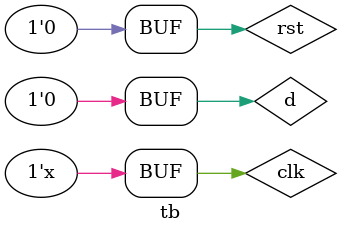
<source format=v>
`timescale 1ns / 1ps

module tb;
reg d;
reg clk;
reg rst;

wire q;

dff uut(.q(q),.d(d),.clk(clk),.rst(rst));
always
#10 clk=~clk;
initial begin 
d=0;
clk=1;
rst=1;

#100;

rst=1'b0;
d=1;

#100;
d=0;
end

endmodule

</source>
